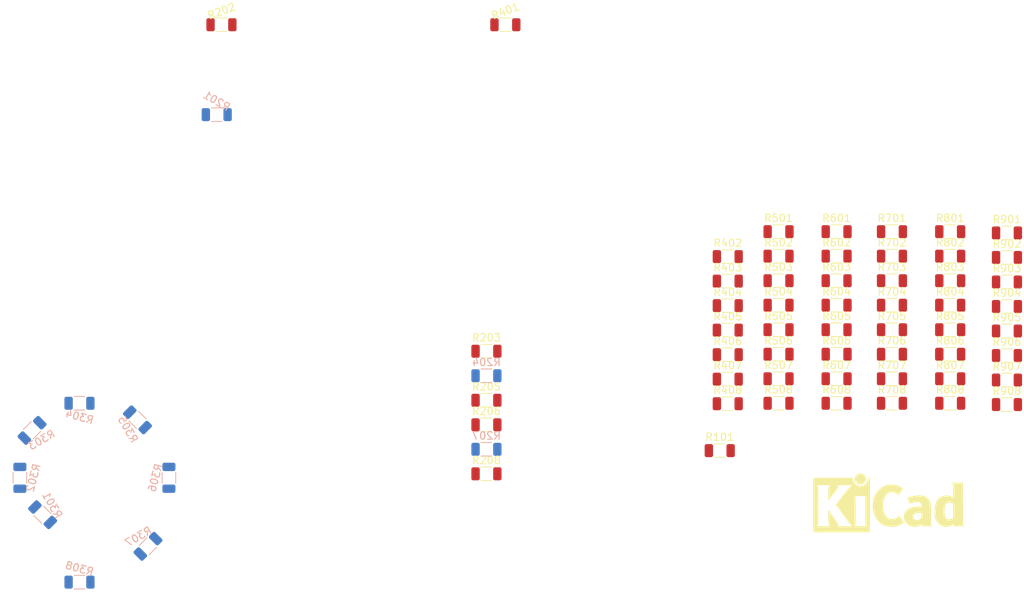
<source format=kicad_pcb>
(kicad_pcb (version 20231231) (generator "pcbnew") (generator_version "7.99")
  (layers (0 "F.Cu" signal) (31 "B.Cu" signal) (34 "B.Paste" user) (35 "F.Paste" user) (36 "B.SilkS" user "B.Silkscreen") (37 "F.SilkS" user "F.Silkscreen") (38 "B.Mask" user) (39 "F.Mask" user) (44 "Edge.Cuts" user))
  (net 0 "")
  (footprint "Resistor_SMD:R_1206_3216Metric" (layer "F.Cu") (at 105.41 88.495)
    (property "Reference" "R205" (at 0 -1.82 0) (layer "F.SilkS"))
    (property "Value" "R")
    (pad "1" smd roundrect (at -1.4625 0) (size 1.125 1.75) (layers "F.Cu" "F.Paste" "F.Mask") (roundrect_rratio 0.222222))
    (pad "2" smd roundrect (at 1.4625 0) (size 1.125 1.75) (layers "F.Cu" "F.Paste" "F.Mask") (roundrect_rratio 0.222222))
  )
  (footprint "Resistor_SMD:R_1206_3216Metric" (layer "F.Cu") (at 175.26 66.04)
    (property "Reference" "R901" (at 0 -1.82 0) (layer "F.SilkS"))
    (property "Value" "R")
    (pad "1" smd roundrect (at -1.4625 0) (size 1.125 1.75) (layers "F.Cu" "F.Paste" "F.Mask") (roundrect_rratio 0.222222))
    (pad "2" smd roundrect (at 1.4625 0) (size 1.125 1.75) (layers "F.Cu" "F.Paste" "F.Mask") (roundrect_rratio 0.222222))
  )
  (footprint "Resistor_SMD:R_1206_3216Metric" (layer "F.Cu") (at 159.8275 79.03)
    (property "Reference" "R705" (at 0 -1.82 0) (layer "F.SilkS"))
    (property "Value" "R")
    (pad "1" smd roundrect (at -1.4625 0) (size 1.125 1.75) (layers "F.Cu" "F.Paste" "F.Mask") (roundrect_rratio 0.222222))
    (pad "2" smd roundrect (at 1.4625 0) (size 1.125 1.75) (layers "F.Cu" "F.Paste" "F.Mask") (roundrect_rratio 0.222222))
  )
  (footprint "Resistor_SMD:R_1206_3216Metric" (layer "F.Cu") (at 107.95 38.1)
    (property "Reference" "R401" (at 0 -1.82 20) (layer "F.SilkS"))
    (property "Value" "R")
    (pad "1" smd roundrect (at -1.4625 0) (size 1.125 1.75) (layers "F.Cu" "F.Paste" "F.Mask") (roundrect_rratio 0.222222))
    (pad "2" smd roundrect (at 1.4625 0) (size 1.125 1.75) (layers "F.Cu" "F.Paste" "F.Mask") (roundrect_rratio 0.222222))
  )
  (footprint "Resistor_SMD:R_1206_3216Metric" (layer "F.Cu") (at 175.26 82.49)
    (property "Reference" "R906" (at 0 -1.82 0) (layer "F.SilkS"))
    (property "Value" "R")
    (pad "1" smd roundrect (at -1.4625 0) (size 1.125 1.75) (layers "F.Cu" "F.Paste" "F.Mask") (roundrect_rratio 0.222222))
    (pad "2" smd roundrect (at 1.4625 0) (size 1.125 1.75) (layers "F.Cu" "F.Paste" "F.Mask") (roundrect_rratio 0.222222))
  )
  (footprint "Resistor_SMD:R_1206_3216Metric" (layer "F.Cu") (at 175.26 72.62)
    (property "Reference" "R903" (at 0 -1.82 0) (layer "F.SilkS"))
    (property "Value" "R")
    (pad "1" smd roundrect (at -1.4625 0) (size 1.125 1.75) (layers "F.Cu" "F.Paste" "F.Mask") (roundrect_rratio 0.222222))
    (pad "2" smd roundrect (at 1.4625 0) (size 1.125 1.75) (layers "F.Cu" "F.Paste" "F.Mask") (roundrect_rratio 0.222222))
  )
  (footprint "Resistor_SMD:R_1206_3216Metric" (layer "F.Cu") (at 137.795 88.955)
    (property "Reference" "R408" (at 0 -1.82 0) (layer "F.SilkS"))
    (property "Value" "R")
    (pad "1" smd roundrect (at -1.4625 0) (size 1.125 1.75) (layers "F.Cu" "F.Paste" "F.Mask") (roundrect_rratio 0.222222))
    (pad "2" smd roundrect (at 1.4625 0) (size 1.125 1.75) (layers "F.Cu" "F.Paste" "F.Mask") (roundrect_rratio 0.222222))
  )
  (footprint "Resistor_SMD:R_1206_3216Metric" (layer "F.Cu") (at 152.4 65.87)
    (property "Reference" "R601" (at 0 -1.82 0) (layer "F.SilkS"))
    (property "Value" "R")
    (pad "1" smd roundrect (at -1.4625 0) (size 1.125 1.75) (layers "F.Cu" "F.Paste" "F.Mask") (roundrect_rratio 0.222222))
    (pad "2" smd roundrect (at 1.4625 0) (size 1.125 1.75) (layers "F.Cu" "F.Paste" "F.Mask") (roundrect_rratio 0.222222))
  )
  (footprint "Resistor_SMD:R_1206_3216Metric" (layer "F.Cu") (at 152.4 75.74)
    (property "Reference" "R604" (at 0 -1.82 0) (layer "F.SilkS"))
    (property "Value" "R")
    (pad "1" smd roundrect (at -1.4625 0) (size 1.125 1.75) (layers "F.Cu" "F.Paste" "F.Mask") (roundrect_rratio 0.222222))
    (pad "2" smd roundrect (at 1.4625 0) (size 1.125 1.75) (layers "F.Cu" "F.Paste" "F.Mask") (roundrect_rratio 0.222222))
  )
  (footprint "Resistor_SMD:R_1206_3216Metric" (layer "F.Cu") (at 175.26 89.07)
    (property "Reference" "R908" (at 0 -1.82 0) (layer "F.SilkS"))
    (property "Value" "R")
    (pad "1" smd roundrect (at -1.4625 0) (size 1.125 1.75) (layers "F.Cu" "F.Paste" "F.Mask") (roundrect_rratio 0.222222))
    (pad "2" smd roundrect (at 1.4625 0) (size 1.125 1.75) (layers "F.Cu" "F.Paste" "F.Mask") (roundrect_rratio 0.222222))
  )
  (footprint "Resistor_SMD:R_1206_3216Metric" (layer "F.Cu") (at 105.41 91.785)
    (property "Reference" "R206" (at 0 -1.82 0) (layer "F.SilkS"))
    (property "Value" "R")
    (pad "1" smd roundrect (at -1.4625 0) (size 1.125 1.75) (layers "F.Cu" "F.Paste" "F.Mask") (roundrect_rratio 0.222222))
    (pad "2" smd roundrect (at 1.4625 0) (size 1.125 1.75) (layers "F.Cu" "F.Paste" "F.Mask") (roundrect_rratio 0.222222))
  )
  (footprint "Resistor_SMD:R_1206_3216Metric" (layer "F.Cu") (at 175.26 75.91)
    (property "Reference" "R904" (at 0 -1.82 0) (layer "F.SilkS"))
    (property "Value" "R")
    (pad "1" smd roundrect (at -1.4625 0) (size 1.125 1.75) (layers "F.Cu" "F.Paste" "F.Mask") (roundrect_rratio 0.222222))
    (pad "2" smd roundrect (at 1.4625 0) (size 1.125 1.75) (layers "F.Cu" "F.Paste" "F.Mask") (roundrect_rratio 0.222222))
  )
  (footprint "Resistor_SMD:R_1206_3216Metric" (layer "F.Cu") (at 159.8275 88.9)
    (property "Reference" "R708" (at 0 -1.82 0) (layer "F.SilkS"))
    (property "Value" "R")
    (pad "1" smd roundrect (at -1.4625 0) (size 1.125 1.75) (layers "F.Cu" "F.Paste" "F.Mask") (roundrect_rratio 0.222222))
    (pad "2" smd roundrect (at 1.4625 0) (size 1.125 1.75) (layers "F.Cu" "F.Paste" "F.Mask") (roundrect_rratio 0.222222))
  )
  (footprint "Resistor_SMD:R_1206_3216Metric" (layer "F.Cu") (at 167.64 65.87)
    (property "Reference" "R801" (at 0 -1.82 0) (layer "F.SilkS"))
    (property "Value" "R")
    (pad "1" smd roundrect (at -1.4625 0) (size 1.125 1.75) (layers "F.Cu" "F.Paste" "F.Mask") (roundrect_rratio 0.222222))
    (pad "2" smd roundrect (at 1.4625 0) (size 1.125 1.75) (layers "F.Cu" "F.Paste" "F.Mask") (roundrect_rratio 0.222222))
  )
  (footprint "Resistor_SMD:R_1206_3216Metric" (layer "F.Cu") (at 69.85 38.1)
    (property "Reference" "R202" (at 0 -1.82 20) (layer "F.SilkS"))
    (property "Value" "R")
    (pad "1" smd roundrect (at -1.4625 0) (size 1.125 1.75) (layers "F.Cu" "F.Paste" "F.Mask") (roundrect_rratio 0.222222))
    (pad "2" smd roundrect (at 1.4625 0) (size 1.125 1.75) (layers "F.Cu" "F.Paste" "F.Mask") (roundrect_rratio 0.222222))
  )
  (footprint "Resistor_SMD:R_1206_3216Metric" (layer "F.Cu") (at 175.26 69.33)
    (property "Reference" "R902" (at 0 -1.82 0) (layer "F.SilkS"))
    (property "Value" "R")
    (pad "1" smd roundrect (at -1.4625 0) (size 1.125 1.75) (layers "F.Cu" "F.Paste" "F.Mask") (roundrect_rratio 0.222222))
    (pad "2" smd roundrect (at 1.4625 0) (size 1.125 1.75) (layers "F.Cu" "F.Paste" "F.Mask") (roundrect_rratio 0.222222))
  )
  (footprint "Resistor_SMD:R_1206_3216Metric" (layer "F.Cu") (at 159.8275 82.32)
    (property "Reference" "R706" (at 0 -1.82 0) (layer "F.SilkS"))
    (property "Value" "R")
    (pad "1" smd roundrect (at -1.4625 0) (size 1.125 1.75) (layers "F.Cu" "F.Paste" "F.Mask") (roundrect_rratio 0.222222))
    (pad "2" smd roundrect (at 1.4625 0) (size 1.125 1.75) (layers "F.Cu" "F.Paste" "F.Mask") (roundrect_rratio 0.222222))
  )
  (footprint "Resistor_SMD:R_1206_3216Metric" (layer "F.Cu") (at 137.795 75.795)
    (property "Reference" "R404" (at 0 -1.82 0) (layer "F.SilkS"))
    (property "Value" "R")
    (pad "1" smd roundrect (at -1.4625 0) (size 1.125 1.75) (layers "F.Cu" "F.Paste" "F.Mask") (roundrect_rratio 0.222222))
    (pad "2" smd roundrect (at 1.4625 0) (size 1.125 1.75) (layers "F.Cu" "F.Paste" "F.Mask") (roundrect_rratio 0.222222))
  )
  (footprint "Resistor_SMD:R_1206_3216Metric" (layer "F.Cu") (at 144.6075 79.03)
    (property "Reference" "R505" (at 0 -1.82 0) (layer "F.SilkS"))
    (property "Value" "R")
    (pad "1" smd roundrect (at -1.4625 0) (size 1.125 1.75) (layers "F.Cu" "F.Paste" "F.Mask") (roundrect_rratio 0.222222))
    (pad "2" smd roundrect (at 1.4625 0) (size 1.125 1.75) (layers "F.Cu" "F.Paste" "F.Mask") (roundrect_rratio 0.222222))
  )
  (footprint "Resistor_SMD:R_1206_3216Metric" (layer "F.Cu") (at 167.64 88.9)
    (property "Reference" "R808" (at 0 -1.82 0) (layer "F.SilkS"))
    (property "Value" "R")
    (pad "1" smd roundrect (at -1.4625 0) (size 1.125 1.75) (layers "F.Cu" "F.Paste" "F.Mask") (roundrect_rratio 0.222222))
    (pad "2" smd roundrect (at 1.4625 0) (size 1.125 1.75) (layers "F.Cu" "F.Paste" "F.Mask") (roundrect_rratio 0.222222))
  )
  (footprint "Resistor_SMD:R_1206_3216Metric" (layer "F.Cu") (at 136.7175 95.25)
    (property "Reference" "R101" (at 0 -1.82 0) (layer "F.SilkS"))
    (property "Value" "R")
    (pad "1" smd roundrect (at -1.4625 0) (size 1.125 1.75) (layers "F.Cu" "F.Paste" "F.Mask") (roundrect_rratio 0.222222))
    (pad "2" smd roundrect (at 1.4625 0) (size 1.125 1.75) (layers "F.Cu" "F.Paste" "F.Mask") (roundrect_rratio 0.222222))
  )
  (footprint "Resistor_SMD:R_1206_3216Metric" (layer "F.Cu") (at 175.26 85.78)
    (property "Reference" "R907" (at 0 -1.82 0) (layer "F.SilkS"))
    (property "Value" "R")
    (pad "1" smd roundrect (at -1.4625 0) (size 1.125 1.75) (layers "F.Cu" "F.Paste" "F.Mask") (roundrect_rratio 0.222222))
    (pad "2" smd roundrect (at 1.4625 0) (size 1.125 1.75) (layers "F.Cu" "F.Paste" "F.Mask") (roundrect_rratio 0.222222))
  )
  (footprint "Resistor_SMD:R_1206_3216Metric" (layer "F.Cu") (at 152.4 82.32)
    (property "Reference" "R606" (at 0 -1.82 0) (layer "F.SilkS"))
    (property "Value" "R")
    (pad "1" smd roundrect (at -1.4625 0) (size 1.125 1.75) (layers "F.Cu" "F.Paste" "F.Mask") (roundrect_rratio 0.222222))
    (pad "2" smd roundrect (at 1.4625 0) (size 1.125 1.75) (layers "F.Cu" "F.Paste" "F.Mask") (roundrect_rratio 0.222222))
  )
  (footprint "Resistor_SMD:R_1206_3216Metric" (layer "F.Cu") (at 144.6075 82.32)
    (property "Reference" "R506" (at 0 -1.82 0) (layer "F.SilkS"))
    (property "Value" "R")
    (pad "1" smd roundrect (at -1.4625 0) (size 1.125 1.75) (layers "F.Cu" "F.Paste" "F.Mask") (roundrect_rratio 0.222222))
    (pad "2" smd roundrect (at 1.4625 0) (size 1.125 1.75) (layers "F.Cu" "F.Paste" "F.Mask") (roundrect_rratio 0.222222))
  )
  (footprint "Resistor_SMD:R_1206_3216Metric" (layer "F.Cu") (at 144.6075 72.45)
    (property "Reference" "R503" (at 0 -1.82 0) (layer "F.SilkS"))
    (property "Value" "R")
    (pad "1" smd roundrect (at -1.4625 0) (size 1.125 1.75) (layers "F.Cu" "F.Paste" "F.Mask") (roundrect_rratio 0.222222))
    (pad "2" smd roundrect (at 1.4625 0) (size 1.125 1.75) (layers "F.Cu" "F.Paste" "F.Mask") (roundrect_rratio 0.222222))
  )
  (footprint "Resistor_SMD:R_1206_3216Metric" (layer "F.Cu") (at 144.6075 65.87)
    (property "Reference" "R501" (at 0 -1.82 0) (layer "F.SilkS"))
    (property "Value" "R")
    (pad "1" smd roundrect (at -1.4625 0) (size 1.125 1.75) (layers "F.Cu" "F.Paste" "F.Mask") (roundrect_rratio 0.222222))
    (pad "2" smd roundrect (at 1.4625 0) (size 1.125 1.75) (layers "F.Cu" "F.Paste" "F.Mask") (roundrect_rratio 0.222222))
  )
  (footprint "Resistor_SMD:R_1206_3216Metric" (layer "F.Cu") (at 152.4 85.61)
    (property "Reference" "R607" (at 0 -1.82 0) (layer "F.SilkS"))
    (property "Value" "R")
    (pad "1" smd roundrect (at -1.4625 0) (size 1.125 1.75) (layers "F.Cu" "F.Paste" "F.Mask") (roundrect_rratio 0.222222))
    (pad "2" smd roundrect (at 1.4625 0) (size 1.125 1.75) (layers "F.Cu" "F.Paste" "F.Mask") (roundrect_rratio 0.222222))
  )
  (footprint "Resistor_SMD:R_1206_3216Metric" (layer "F.Cu") (at 167.64 85.61)
    (property "Reference" "R807" (at 0 -1.82 0) (layer "F.SilkS"))
    (property "Value" "R")
    (pad "1" smd roundrect (at -1.4625 0) (size 1.125 1.75) (layers "F.Cu" "F.Paste" "F.Mask") (roundrect_rratio 0.222222))
    (pad "2" smd roundrect (at 1.4625 0) (size 1.125 1.75) (layers "F.Cu" "F.Paste" "F.Mask") (roundrect_rratio 0.222222))
  )
  (footprint "Resistor_SMD:R_1206_3216Metric" (layer "F.Cu") (at 137.795 69.215)
    (property "Reference" "R402" (at 0 -1.82 0) (layer "F.SilkS"))
    (property "Value" "R")
    (pad "1" smd roundrect (at -1.4625 0) (size 1.125 1.75) (layers "F.Cu" "F.Paste" "F.Mask") (roundrect_rratio 0.222222))
    (pad "2" smd roundrect (at 1.4625 0) (size 1.125 1.75) (layers "F.Cu" "F.Paste" "F.Mask") (roundrect_rratio 0.222222))
  )
  (footprint "Resistor_SMD:R_1206_3216Metric" (layer "F.Cu") (at 175.26 79.2)
    (property "Reference" "R905" (at 0 -1.82 0) (layer "F.SilkS"))
    (property "Value" "R")
    (pad "1" smd roundrect (at -1.4625 0) (size 1.125 1.75) (layers "F.Cu" "F.Paste" "F.Mask") (roundrect_rratio 0.222222))
    (pad "2" smd roundrect (at 1.4625 0) (size 1.125 1.75) (layers "F.Cu" "F.Paste" "F.Mask") (roundrect_rratio 0.222222))
  )
  (footprint "Resistor_SMD:R_1206_3216Metric" (layer "F.Cu") (at 167.64 75.74)
    (property "Reference" "R804" (at 0 -1.82 0) (layer "F.SilkS"))
    (property "Value" "R")
    (pad "1" smd roundrect (at -1.4625 0) (size 1.125 1.75) (layers "F.Cu" "F.Paste" "F.Mask") (roundrect_rratio 0.222222))
    (pad "2" smd roundrect (at 1.4625 0) (size 1.125 1.75) (layers "F.Cu" "F.Paste" "F.Mask") (roundrect_rratio 0.222222))
  )
  (footprint "Resistor_SMD:R_1206_3216Metric" (layer "F.Cu") (at 152.4 79.03)
    (property "Reference" "R605" (at 0 -1.82 0) (layer "F.SilkS"))
    (property "Value" "R")
    (pad "1" smd roundrect (at -1.4625 0) (size 1.125 1.75) (layers "F.Cu" "F.Paste" "F.Mask") (roundrect_rratio 0.222222))
    (pad "2" smd roundrect (at 1.4625 0) (size 1.125 1.75) (layers "F.Cu" "F.Paste" "F.Mask") (roundrect_rratio 0.222222))
  )
  (footprint "Resistor_SMD:R_1206_3216Metric" (layer "F.Cu") (at 144.6075 88.9)
    (property "Reference" "R508" (at 0 -1.82 0) (layer "F.SilkS"))
    (property "Value" "R")
    (pad "1" smd roundrect (at -1.4625 0) (size 1.125 1.75) (layers "F.Cu" "F.Paste" "F.Mask") (roundrect_rratio 0.222222))
    (pad "2" smd roundrect (at 1.4625 0) (size 1.125 1.75) (layers "F.Cu" "F.Paste" "F.Mask") (roundrect_rratio 0.222222))
  )
  (footprint "Resistor_SMD:R_1206_3216Metric" (layer "F.Cu") (at 159.8275 69.16)
    (property "Reference" "R702" (at 0 -1.82 0) (layer "F.SilkS"))
    (property "Value" "R")
    (pad "1" smd roundrect (at -1.4625 0) (size 1.125 1.75) (layers "F.Cu" "F.Paste" "F.Mask") (roundrect_rratio 0.222222))
    (pad "2" smd roundrect (at 1.4625 0) (size 1.125 1.75) (layers "F.Cu" "F.Paste" "F.Mask") (roundrect_rratio 0.222222))
  )
  (footprint "Resistor_SMD:R_1206_3216Metric" (layer "F.Cu") (at 159.8275 75.74)
    (property "Reference" "R704" (at 0 -1.82 0) (layer "F.SilkS"))
    (property "Value" "R")
    (pad "1" smd roundrect (at -1.4625 0) (size 1.125 1.75) (layers "F.Cu" "F.Paste" "F.Mask") (roundrect_rratio 0.222222))
    (pad "2" smd roundrect (at 1.4625 0) (size 1.125 1.75) (layers "F.Cu" "F.Paste" "F.Mask") (roundrect_rratio 0.222222))
  )
  (footprint "Resistor_SMD:R_1206_3216Metric" (layer "F.Cu") (at 137.795 72.505)
    (property "Reference" "R403" (at 0 -1.82 0) (layer "F.SilkS"))
    (property "Value" "R")
    (pad "1" smd roundrect (at -1.4625 0) (size 1.125 1.75) (layers "F.Cu" "F.Paste" "F.Mask") (roundrect_rratio 0.222222))
    (pad "2" smd roundrect (at 1.4625 0) (size 1.125 1.75) (layers "F.Cu" "F.Paste" "F.Mask") (roundrect_rratio 0.222222))
  )
  (footprint "Resistor_SMD:R_1206_3216Metric" (layer "F.Cu") (at 152.4 72.45)
    (property "Reference" "R603" (at 0 -1.82 0) (layer "F.SilkS"))
    (property "Value" "R")
    (pad "1" smd roundrect (at -1.4625 0) (size 1.125 1.75) (layers "F.Cu" "F.Paste" "F.Mask") (roundrect_rratio 0.222222))
    (pad "2" smd roundrect (at 1.4625 0) (size 1.125 1.75) (layers "F.Cu" "F.Paste" "F.Mask") (roundrect_rratio 0.222222))
  )
  (footprint "Resistor_SMD:R_1206_3216Metric" (layer "F.Cu") (at 137.795 82.375)
    (property "Reference" "R406" (at 0 -1.82 0) (layer "F.SilkS"))
    (property "Value" "R")
    (pad "1" smd roundrect (at -1.4625 0) (size 1.125 1.75) (layers "F.Cu" "F.Paste" "F.Mask") (roundrect_rratio 0.222222))
    (pad "2" smd roundrect (at 1.4625 0) (size 1.125 1.75) (layers "F.Cu" "F.Paste" "F.Mask") (roundrect_rratio 0.222222))
  )
  (footprint "Resistor_SMD:R_1206_3216Metric" (layer "F.Cu") (at 144.6075 75.74)
    (property "Reference" "R504" (at 0 -1.82 0) (layer "F.SilkS"))
    (property "Value" "R")
    (pad "1" smd roundrect (at -1.4625 0) (size 1.125 1.75) (layers "F.Cu" "F.Paste" "F.Mask") (roundrect_rratio 0.222222))
    (pad "2" smd roundrect (at 1.4625 0) (size 1.125 1.75) (layers "F.Cu" "F.Paste" "F.Mask") (roundrect_rratio 0.222222))
  )
  (footprint "Resistor_SMD:R_1206_3216Metric" (layer "F.Cu") (at 105.41 81.915)
    (property "Reference" "R203" (at 0 -1.82 0) (layer "F.SilkS"))
    (property "Value" "R")
    (pad "1" smd roundrect (at -1.4625 0) (size 1.125 1.75) (layers "F.Cu" "F.Paste" "F.Mask") (roundrect_rratio 0.222222))
    (pad "2" smd roundrect (at 1.4625 0) (size 1.125 1.75) (layers "F.Cu" "F.Paste" "F.Mask") (roundrect_rratio 0.222222))
  )
  (footprint "Resistor_SMD:R_1206_3216Metric" (layer "F.Cu") (at 167.64 72.45)
    (property "Reference" "R803" (at 0 -1.82 0) (layer "F.SilkS"))
    (property "Value" "R")
    (pad "1" smd roundrect (at -1.4625 0) (size 1.125 1.75) (layers "F.Cu" "F.Paste" "F.Mask") (roundrect_rratio 0.222222))
    (pad "2" smd roundrect (at 1.4625 0) (size 1.125 1.75) (layers "F.Cu" "F.Paste" "F.Mask") (roundrect_rratio 0.222222))
  )
  (footprint "Resistor_SMD:R_1206_3216Metric" (layer "F.Cu") (at 137.795 85.665)
    (property "Reference" "R407" (at 0 -1.82 0) (layer "F.SilkS"))
    (property "Value" "R")
    (pad "1" smd roundrect (at -1.4625 0) (size 1.125 1.75) (layers "F.Cu" "F.Paste" "F.Mask") (roundrect_rratio 0.222222))
    (pad "2" smd roundrect (at 1.4625 0) (size 1.125 1.75) (layers "F.Cu" "F.Paste" "F.Mask") (roundrect_rratio 0.222222))
  )
  (footprint "Resistor_SMD:R_1206_3216Metric" (layer "F.Cu") (at 167.64 82.32)
    (property "Reference" "R806" (at 0 -1.82 0) (layer "F.SilkS"))
    (property "Value" "R")
    (pad "1" smd roundrect (at -1.4625 0) (size 1.125 1.75) (layers "F.Cu" "F.Paste" "F.Mask") (roundrect_rratio 0.222222))
    (pad "2" smd roundrect (at 1.4625 0) (size 1.125 1.75) (layers "F.Cu" "F.Paste" "F.Mask") (roundrect_rratio 0.222222))
  )
  (footprint "Resistor_SMD:R_1206_3216Metric" (layer "F.Cu") (at 152.4 69.16)
    (property "Reference" "R602" (at 0 -1.82 0) (layer "F.SilkS"))
    (property "Value" "R")
    (pad "1" smd roundrect (at -1.4625 0) (size 1.125 1.75) (layers "F.Cu" "F.Paste" "F.Mask") (roundrect_rratio 0.222222))
    (pad "2" smd roundrect (at 1.4625 0) (size 1.125 1.75) (layers "F.Cu" "F.Paste" "F.Mask") (roundrect_rratio 0.222222))
  )
  (footprint "Resistor_SMD:R_1206_3216Metric" (layer "F.Cu") (at 159.8275 72.45)
    (property "Reference" "R703" (at 0 -1.82 0) (layer "F.SilkS"))
    (property "Value" "R")
    (pad "1" smd roundrect (at -1.4625 0) (size 1.125 1.75) (layers "F.Cu" "F.Paste" "F.Mask") (roundrect_rratio 0.222222))
    (pad "2" smd roundrect (at 1.4625 0) (size 1.125 1.75) (layers "F.Cu" "F.Paste" "F.Mask") (roundrect_rratio 0.222222))
  )
  (footprint "Resistor_SMD:R_1206_3216Metric" (layer "F.Cu") (at 105.41 98.365)
    (property "Reference" "R208" (at 0 -1.82 0) (layer "F.SilkS"))
    (property "Value" "R")
    (pad "1" smd roundrect (at -1.4625 0) (size 1.125 1.75) (layers "F.Cu" "F.Paste" "F.Mask") (roundrect_rratio 0.222222))
    (pad "2" smd roundrect (at 1.4625 0) (size 1.125 1.75) (layers "F.Cu" "F.Paste" "F.Mask") (roundrect_rratio 0.222222))
  )
  (footprint "Resistor_SMD:R_1206_3216Metric" (layer "F.Cu") (at 159.8275 65.87)
    (property "Reference" "R701" (at 0 -1.82 0) (layer "F.SilkS"))
    (property "Value" "R")
    (pad "1" smd roundrect (at -1.4625 0) (size 1.125 1.75) (layers "F.Cu" "F.Paste" "F.Mask") (roundrect_rratio 0.222222))
    (pad "2" smd roundrect (at 1.4625 0) (size 1.125 1.75) (layers "F.Cu" "F.Paste" "F.Mask") (roundrect_rratio 0.222222))
  )
  (footprint "Resistor_SMD:R_1206_3216Metric" (layer "F.Cu") (at 159.8275 85.61)
    (property "Reference" "R707" (at 0 -1.82 0) (layer "F.SilkS"))
    (property "Value" "R")
    (pad "1" smd roundrect (at -1.4625 0) (size 1.125 1.75) (layers "F.Cu" "F.Paste" "F.Mask") (roundrect_rratio 0.222222))
    (pad "2" smd roundrect (at 1.4625 0) (size 1.125 1.75) (layers "F.Cu" "F.Paste" "F.Mask") (roundrect_rratio 0.222222))
  )
  (footprint "Resistor_SMD:R_1206_3216Metric" (layer "F.Cu") (at 167.64 79.03)
    (property "Reference" "R805" (at 0 -1.82 0) (layer "F.SilkS"))
    (property "Value" "R")
    (pad "1" smd roundrect (at -1.4625 0) (size 1.125 1.75) (layers "F.Cu" "F.Paste" "F.Mask") (roundrect_rratio 0.222222))
    (pad "2" smd roundrect (at 1.4625 0) (size 1.125 1.75) (layers "F.Cu" "F.Paste" "F.Mask") (roundrect_rratio 0.222222))
  )
  (footprint "Resistor_SMD:R_1206_3216Metric" (layer "F.Cu") (at 152.4 88.9)
    (property "Reference" "R608" (at 0 -1.82 0) (layer "F.SilkS"))
    (property "Value" "R")
    (pad "1" smd roundrect (at -1.4625 0) (size 1.125 1.75) (layers "F.Cu" "F.Paste" "F.Mask") (roundrect_rratio 0.222222))
    (pad "2" smd roundrect (at 1.4625 0) (size 1.125 1.75) (layers "F.Cu" "F.Paste" "F.Mask") (roundrect_rratio 0.222222))
  )
  (footprint "Resistor_SMD:R_1206_3216Metric" (layer "F.Cu") (at 137.795 79.085)
    (property "Reference" "R405" (at 0 -1.82 0) (layer "F.SilkS"))
    (property "Value" "R")
    (pad "1" smd roundrect (at -1.4625 0) (size 1.125 1.75) (layers "F.Cu" "F.Paste" "F.Mask") (roundrect_rratio 0.222222))
    (pad "2" smd roundrect (at 1.4625 0) (size 1.125 1.75) (layers "F.Cu" "F.Paste" "F.Mask") (roundrect_rratio 0.222222))
  )
  (footprint "Resistor_SMD:R_1206_3216Metric" (layer "F.Cu") (at 144.6075 69.16)
    (property "Reference" "R502" (at 0 -1.82 0) (layer "F.SilkS"))
    (property "Value" "R")
    (pad "1" smd roundrect (at -1.4625 0) (size 1.125 1.75) (layers "F.Cu" "F.Paste" "F.Mask") (roundrect_rratio 0.222222))
    (pad "2" smd roundrect (at 1.4625 0) (size 1.125 1.75) (layers "F.Cu" "F.Paste" "F.Mask") (roundrect_rratio 0.222222))
  )
  (footprint "Resistor_SMD:R_1206_3216Metric" (layer "F.Cu") (at 144.6075 85.61)
    (property "Reference" "R507" (at 0 -1.82 0) (layer "F.SilkS"))
    (property "Value" "R")
    (pad "1" smd roundrect (at -1.4625 0) (size 1.125 1.75) (layers "F.Cu" "F.Paste" "F.Mask") (roundrect_rratio 0.222222))
    (pad "2" smd roundrect (at 1.4625 0) (size 1.125 1.75) (layers "F.Cu" "F.Paste" "F.Mask") (roundrect_rratio 0.222222))
  )
  (footprint "Symbol:KiCad-Logo_8mm_SilkScreen" (layer "F.Cu") (at 159.385 102.235)
    (property "Reference" "REF**" (hide yes))
    (property "Value" "KiCad-Logo_8mm_SilkScreen" (hide yes))
  )
  (footprint "Resistor_SMD:R_1206_3216Metric" (layer "F.Cu") (at 167.64 69.16)
    (property "Reference" "R802" (at 0 -1.82 0) (layer "F.SilkS"))
    (property "Value" "R")
    (pad "1" smd roundrect (at -1.4625 0) (size 1.125 1.75) (layers "F.Cu" "F.Paste" "F.Mask") (roundrect_rratio 0.222222))
    (pad "2" smd roundrect (at 1.4625 0) (size 1.125 1.75) (layers "F.Cu" "F.Paste" "F.Mask") (roundrect_rratio 0.222222))
  )
  (footprint "Resistor_SMD:R_1206_3216Metric" (layer "B.Cu") (at 50.8 112.9 180)
    (property "Reference" "R308" (at 0 1.82 345) (layer "B.SilkS") (effects (justify mirror)))
    (property "Value" "R")
    (pad "1" smd roundrect (at -1.4625 0 180) (size 1.125 1.75) (layers "B.Cu" "B.Paste" "B.Mask") (roundrect_rratio 0.222222))
    (pad "2" smd roundrect (at 1.4625 0 180) (size 1.125 1.75) (layers "B.Cu" "B.Paste" "B.Mask") (roundrect_rratio 0.222222))
  )
  (footprint "Resistor_SMD:R_1206_3216Metric" (layer "B.Cu") (at 62.8 98.9 -90)
    (property "Reference" "R306" (at 0 1.82 75) (layer "B.SilkS") (effects (justify mirror)))
    (property "Value" "R")
    (pad "1" smd roundrect (at -1.4625 0 270) (size 1.125 1.75) (layers "B.Cu" "B.Paste" "B.Mask") (roundrect_rratio 0.222222))
    (pad "2" smd roundrect (at 1.4625 0 270) (size 1.125 1.75) (layers "B.Cu" "B.Paste" "B.Mask") (roundrect_rratio 0.222222))
  )
  (footprint "Resistor_SMD:R_1206_3216Metric" (layer "B.Cu") (at 42.8 98.9 90)
    (property "Reference" "R302" (at 0 1.82 255) (layer "B.SilkS") (effects (justify mirror)))
    (property "Value" "R")
    (pad "1" smd roundrect (at -1.4625 0 90) (size 1.125 1.75) (layers "B.Cu" "B.Paste" "B.Mask") (roundrect_rratio 0.222222))
    (pad "2" smd roundrect (at 1.4625 0 90) (size 1.125 1.75) (layers "B.Cu" "B.Paste" "B.Mask") (roundrect_rratio 0.222222))
  )
  (footprint "Resistor_SMD:R_1206_3216Metric" (layer "B.Cu") (at 59.992388 108.092388 -135)
    (property "Reference" "R307" (at 0 1.820001 30) (layer "B.SilkS") (effects (justify mirror)))
    (property "Value" "R")
    (pad "1" smd roundrect (at -1.4625 0 225) (size 1.125 1.75) (layers "B.Cu" "B.Paste" "B.Mask") (roundrect_rratio 0.222222))
    (pad "2" smd roundrect (at 1.4625 0 225) (size 1.125 1.75) (layers "B.Cu" "B.Paste" "B.Mask") (roundrect_rratio 0.222222))
  )
  (footprint "Resistor_SMD:R_1206_3216Metric" (layer "B.Cu") (at 45.850252 103.849747 135)
    (property "Reference" "R301" (at 0.000001 1.82 300) (layer "B.SilkS") (effects (justify mirror)))
    (property "Value" "R")
    (pad "1" smd roundrect (at -1.4625 0 135) (size 1.125 1.75) (layers "B.Cu" "B.Paste" "B.Mask") (roundrect_rratio 0.222222))
    (pad "2" smd roundrect (at 1.4625 0 135) (size 1.125 1.75) (layers "B.Cu" "B.Paste" "B.Mask") (roundrect_rratio 0.222222))
  )
  (footprint "Resistor_SMD:R_1206_3216Metric" (layer "B.Cu") (at 105.41 85.205 180)
    (property "Reference" "R204" (at 0 1.82 180) (layer "B.SilkS") (effects (justify mirror)))
    (property "Value" "R")
    (pad "1" smd roundrect (at -1.4625 0 180) (size 1.125 1.75) (layers "B.Cu" "B.Paste" "B.Mask") (roundrect_rratio 0.222222))
    (pad "2" smd roundrect (at 1.4625 0 180) (size 1.125 1.75) (layers "B.Cu" "B.Paste" "B.Mask") (roundrect_rratio 0.222222))
  )
  (footprint "Resistor_SMD:R_1206_3216Metric" (layer "B.Cu") (at 50.8 88.9)
    (property "Reference" "R304" (at 0 1.82 165) (layer "B.SilkS") (effects (justify mirror)))
    (property "Value" "R")
    (pad "1" smd roundrect (at -1.4625 0) (size 1.125 1.75) (layers "B.Cu" "B.Paste" "B.Mask") (roundrect_rratio 0.222222))
    (pad "2" smd roundrect (at 1.4625 0) (size 1.125 1.75) (layers "B.Cu" "B.Paste" "B.Mask") (roundrect_rratio 0.222222))
  )
  (footprint "Resistor_SMD:R_1206_3216Metric" (layer "B.Cu") (at 58.578174 91.121825 -45)
    (property "Reference" "R305" (at -0.000001 1.82 120) (layer "B.SilkS") (effects (justify mirror)))
    (property "Value" "R")
    (pad "1" smd roundrect (at -1.4625 0 315) (size 1.125 1.75) (layers "B.Cu" "B.Paste" "B.Mask") (roundrect_rratio 0.222222))
    (pad "2" smd roundrect (at 1.4625 0 315) (size 1.125 1.75) (layers "B.Cu" "B.Paste" "B.Mask") (roundrect_rratio 0.222222))
  )
  (footprint "Resistor_SMD:R_1206_3216Metric" (layer "B.Cu") (at 69.215 50.165 180)
    (property "Reference" "R201" (at 0 1.82 -30) (layer "B.SilkS") (effects (justify mirror)))
    (property "Value" "R")
    (pad "1" smd roundrect (at -1.4625 0 180) (size 1.125 1.75) (layers "B.Cu" "B.Paste" "B.Mask") (roundrect_rratio 0.222222))
    (pad "2" smd roundrect (at 1.4625 0 180) (size 1.125 1.75) (layers "B.Cu" "B.Paste" "B.Mask") (roundrect_rratio 0.222222))
  )
  (footprint "Resistor_SMD:R_1206_3216Metric" (layer "B.Cu") (at 105.41 95.075 180)
    (property "Reference" "R207" (at 0 1.82 180) (layer "B.SilkS") (effects (justify mirror)))
    (property "Value" "R")
    (pad "1" smd roundrect (at -1.4625 0 180) (size 1.125 1.75) (layers "B.Cu" "B.Paste" "B.Mask") (roundrect_rratio 0.222222))
    (pad "2" smd roundrect (at 1.4625 0 180) (size 1.125 1.75) (layers "B.Cu" "B.Paste" "B.Mask") (roundrect_rratio 0.222222))
  )
  (footprint "Resistor_SMD:R_1206_3216Metric" (layer "B.Cu") (at 44.436038 92.536038 45)
    (property "Reference" "R303" (at 0 1.82 210) (layer "B.SilkS") (effects (justify mirror)))
    (property "Value" "R")
    (pad "1" smd roundrect (at -1.4625 0 45) (size 1.125 1.75) (layers "B.Cu" "B.Paste" "B.Mask") (roundrect_rratio 0.222222))
    (pad "2" smd roundrect (at 1.4625 0 45) (size 1.125 1.75) (layers "B.Cu" "B.Paste" "B.Mask") (roundrect_rratio 0.222222))
  )
)
</source>
